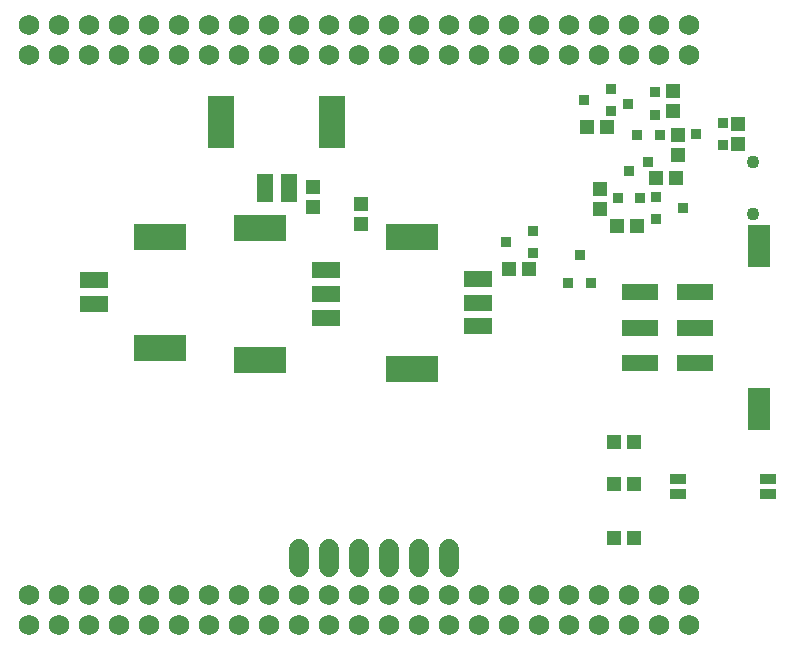
<source format=gts>
G75*
G70*
%OFA0B0*%
%FSLAX24Y24*%
%IPPOS*%
%LPD*%
%AMOC8*
5,1,8,0,0,1.08239X$1,22.5*
%
%ADD10C,0.0680*%
%ADD11C,0.0434*%
%ADD12R,0.0513X0.0474*%
%ADD13R,0.0474X0.0513*%
%ADD14R,0.1230X0.0580*%
%ADD15R,0.0730X0.1430*%
%ADD16C,0.0680*%
%ADD17R,0.0580X0.0379*%
%ADD18R,0.0379X0.0379*%
%ADD19R,0.0946X0.0552*%
%ADD20R,0.1734X0.0867*%
%ADD21R,0.0552X0.0946*%
%ADD22R,0.0867X0.1734*%
D10*
X009756Y004056D03*
X010756Y004056D03*
X011756Y004056D03*
X012756Y004056D03*
X013756Y004056D03*
X014756Y004056D03*
X015756Y004056D03*
X016756Y004056D03*
X017756Y004056D03*
X018756Y004056D03*
X019756Y004056D03*
X020756Y004056D03*
X021756Y004056D03*
X022756Y004056D03*
X023756Y004056D03*
X024756Y004056D03*
X025756Y004056D03*
X026756Y004056D03*
X027756Y004056D03*
X028756Y004056D03*
X029756Y004056D03*
X030756Y004056D03*
X031756Y004056D03*
X031756Y005056D03*
X030756Y005056D03*
X029756Y005056D03*
X028756Y005056D03*
X027756Y005056D03*
X026756Y005056D03*
X025756Y005056D03*
X024756Y005056D03*
X023756Y005056D03*
X022756Y005056D03*
X021756Y005056D03*
X020756Y005056D03*
X019756Y005056D03*
X018756Y005056D03*
X017756Y005056D03*
X016756Y005056D03*
X015756Y005056D03*
X014756Y005056D03*
X013756Y005056D03*
X012756Y005056D03*
X011756Y005056D03*
X010756Y005056D03*
X009756Y005056D03*
X009756Y023056D03*
X010756Y023056D03*
X011756Y023056D03*
X012756Y023056D03*
X013756Y023056D03*
X014756Y023056D03*
X015756Y023056D03*
X016756Y023056D03*
X017756Y023056D03*
X018756Y023056D03*
X019756Y023056D03*
X020756Y023056D03*
X021756Y023056D03*
X022756Y023056D03*
X023756Y023056D03*
X024756Y023056D03*
X025756Y023056D03*
X026756Y023056D03*
X027756Y023056D03*
X028756Y023056D03*
X029756Y023056D03*
X030756Y023056D03*
X031756Y023056D03*
X031756Y024056D03*
X030756Y024056D03*
X029756Y024056D03*
X028756Y024056D03*
X027756Y024056D03*
X026756Y024056D03*
X025756Y024056D03*
X024756Y024056D03*
X023756Y024056D03*
X022756Y024056D03*
X021756Y024056D03*
X020756Y024056D03*
X019756Y024056D03*
X018756Y024056D03*
X017756Y024056D03*
X016756Y024056D03*
X015756Y024056D03*
X014756Y024056D03*
X013756Y024056D03*
X012756Y024056D03*
X011756Y024056D03*
X010756Y024056D03*
X009756Y024056D03*
D11*
X033886Y019491D03*
X033886Y017759D03*
D12*
X031394Y019729D03*
X031394Y020398D03*
X031214Y021213D03*
X031214Y021882D03*
X033394Y020772D03*
X033394Y020103D03*
X028794Y018598D03*
X028794Y017929D03*
X020813Y018109D03*
X020813Y017440D03*
X019222Y017999D03*
X019222Y018668D03*
X029255Y008763D03*
X029925Y008763D03*
D13*
X029917Y010172D03*
X029247Y010172D03*
X029243Y006951D03*
X029913Y006951D03*
X026432Y015924D03*
X025763Y015924D03*
X029359Y017363D03*
X030029Y017363D03*
X030659Y018963D03*
X031329Y018963D03*
X029029Y020663D03*
X028359Y020663D03*
D14*
X030116Y015156D03*
X030116Y013975D03*
X030116Y012794D03*
X031939Y012794D03*
X031939Y013975D03*
X031939Y015156D03*
D15*
X034092Y016685D03*
X034092Y011265D03*
D16*
X023756Y006606D02*
X023756Y006006D01*
X022756Y006006D02*
X022756Y006606D01*
X021756Y006606D02*
X021756Y006006D01*
X020756Y006006D02*
X020756Y006606D01*
X019756Y006606D02*
X019756Y006006D01*
X018756Y006006D02*
X018756Y006606D01*
D17*
X031376Y008446D03*
X031376Y008946D03*
X034376Y008946D03*
X034376Y008446D03*
D18*
X028478Y015481D03*
X027730Y015481D03*
X028104Y016383D03*
X026549Y016450D03*
X026549Y017198D03*
X025647Y016824D03*
X029372Y018300D03*
X030120Y018300D03*
X030643Y018337D03*
X031545Y017963D03*
X030643Y017589D03*
X029746Y019201D03*
X030394Y019513D03*
X030768Y020414D03*
X030020Y020414D03*
X030626Y021070D03*
X029724Y021444D03*
X029145Y021189D03*
X029145Y021937D03*
X028243Y021563D03*
X030626Y021818D03*
X031988Y020436D03*
X032890Y020810D03*
X032890Y020062D03*
D19*
X024703Y015593D03*
X024703Y014806D03*
X024703Y014018D03*
X019649Y014315D03*
X019649Y015103D03*
X019649Y015890D03*
X011911Y015550D03*
X011911Y014763D03*
D20*
X014108Y013306D03*
X017453Y012898D03*
X022506Y012601D03*
X022506Y017011D03*
X017453Y017307D03*
X014108Y017007D03*
D21*
X017621Y018636D03*
X018408Y018636D03*
D22*
X019865Y020833D03*
X016164Y020833D03*
M02*

</source>
